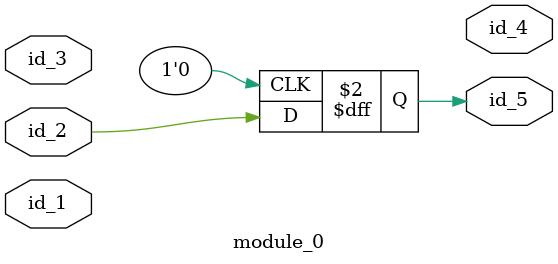
<source format=v>
module module_0 (
    id_1,
    id_2,
    id_3,
    id_4,
    id_5
);
  output id_5;
  output id_4;
  inout id_3;
  input id_2;
  inout id_1;
  always @(posedge 1'd0) begin
    id_5 <= id_2;
  end
endmodule

</source>
